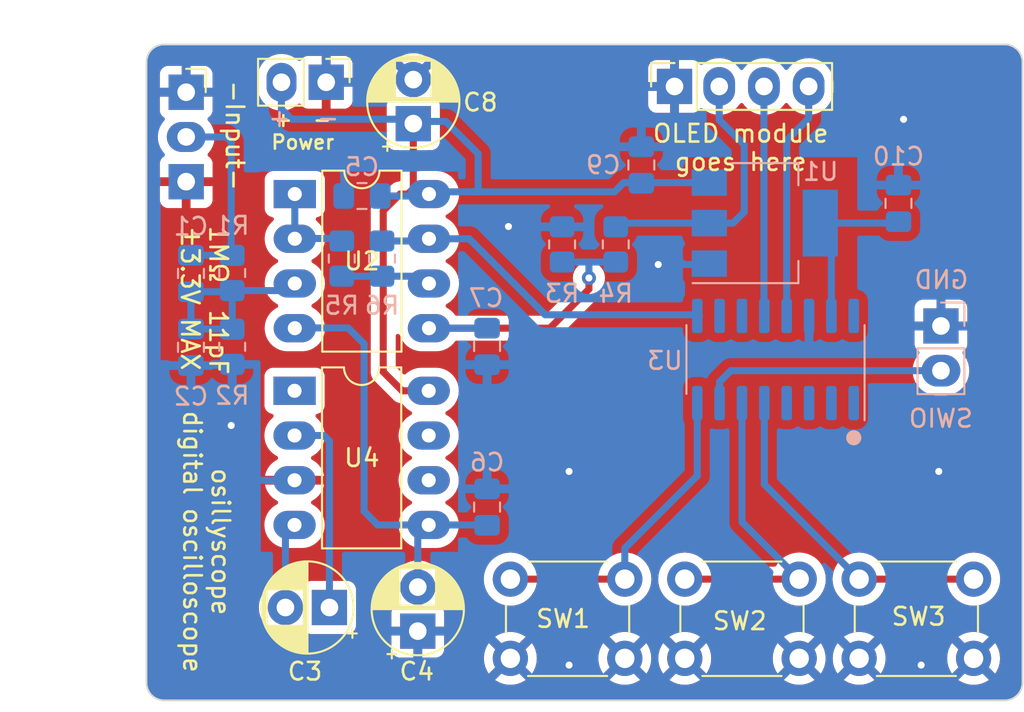
<source format=kicad_pcb>
(kicad_pcb (version 20221018) (generator pcbnew)
  (layers (0 "F.Cu" signal) (31 "B.Cu" signal) (34 "B.Paste" user) (35 "F.Paste" user) (36 "B.SilkS" user "B.Silkscreen") (37 "F.SilkS" user "F.Silkscreen") (38 "B.Mask" user) (39 "F.Mask" user) (44 "Edge.Cuts" user))
  (net 0 "")
  (net 1 "GND")
  (net 2 "IN+")
  (net 3 "+5V")
  (net 4 "V_NEG")
  (net 5 "Net-(U2A-+)")
  (net 6 "V_OFFSET")
  (net 7 "OUT_SIG")
  (net 8 "+3.3V")
  (net 11 "SWIO")
  (net 14 "SCL")
  (net 15 "SDA")
  (net 16 "BTN_L")
  (net 17 "BTN_C")
  (net 18 "BTN_R")
  (net 19 "Net-(U4-CAP+)")
  (net 20 "Net-(U4-CAP-)")
  (net 25 "Net-(U2B--)")
  (net 28 "Net-(U2A--)")
  (footprint "Capacitor_THT:CP_Radial_D5.0mm_P2.50mm" (layer "F.Cu") (at 120.388113 90.729 180)
    (fp_text reference "C3" (at 1.389113 -3.632 180) (layer "F.SilkS"))
    (fp_text value "10u")
    (pad "1" thru_hole rect (at 0 0 180) (size 2 2) (drill 1) (layers "*.Cu" "*.Mask") (net 19 "Net-(U4-CAP+)"))
    (pad "2" thru_hole circle (at 2.5 0 180) (size 2 2) (drill 1) (layers "*.Cu" "*.Mask") (net 20 "Net-(U4-CAP-)"))
  )
  (footprint "Capacitor_THT:CP_Radial_D5.0mm_P2.50mm" (layer "F.Cu") (at 125.406 92.071113 90)
    (fp_text reference "C4" (at -2.289887 -0.057 180) (layer "F.SilkS"))
    (fp_text value "10u")
    (pad "1" thru_hole rect (at 0 0 90) (size 2 2) (drill 1) (layers "*.Cu" "*.Mask") (net 1 "GND"))
    (pad "2" thru_hole circle (at 2.5 0 90) (size 2 2) (drill 1) (layers "*.Cu" "*.Mask" "B.Adhes") (net 4 "V_NEG"))
  )
  (footprint "Connector_PinSocket_2.54mm:PinSocket_1x04_P2.54mm_Vertical" (layer "F.Cu") (at 139.989 61.132 90)
    (fp_text reference "J2" hide)
    (fp_text value "OLED")
    (pad "1" thru_hole rect (at 0 0 90) (size 2 2) (drill 1) (layers "*.Cu" "*.Mask") (net 1 "GND"))
    (pad "2" thru_hole oval (at 0 2.54 90) (size 2.2 1.8) (drill 1) (layers "*.Cu" "*.Mask") (net 8 "+3.3V"))
    (pad "3" thru_hole oval (at 0 5.08 90) (size 2.2 1.8) (drill 1) (layers "*.Cu" "*.Mask") (net 14 "SCL"))
    (pad "4" thru_hole oval (at 0 7.62 90) (size 2.2 1.8) (drill oval 1) (layers "*.Cu" "*.Mask") (net 15 "SDA"))
  )
  (footprint "Connector_PinHeader_2.54mm:PinHeader_1x02_P2.54mm_Vertical" (layer "F.Cu") (at 120.204 60.894 -90)
    (fp_text reference "J3" hide)
    (fp_text value "Conn_01x02")
    (pad "1" thru_hole rect (at 0 0 270) (size 2 2) (drill 1) (layers "*.Cu" "*.Mask") (net 1 "GND"))
    (pad "2" thru_hole oval (at 0 2.54 270) (size 2.2 1.7) (drill 1) (layers "*.Cu" "*.Mask") (net 3 "+5V"))
  )
  (footprint "Button_Switch_THT:SW_PUSH_6mm" (layer "F.Cu") (at 130.665 89.119)
    (fp_text reference "SW1" (at 2.996 2.25) (layer "F.SilkS"))
    (fp_text value "Decrement")
    (pad "1" thru_hole circle (at 0 0 90) (size 2 2) (drill 1.1) (layers "*.Cu" "*.Mask") (net 16 "BTN_L"))
    (pad "1" thru_hole circle (at 6.5 0 90) (size 2 2) (drill 1.1) (layers "*.Cu" "*.Mask") (net 16 "BTN_L"))
    (pad "2" thru_hole circle (at 0 4.5 90) (size 2 2) (drill 1.1) (layers "*.Cu" "*.Mask") (net 1 "GND"))
    (pad "2" thru_hole circle (at 6.5 4.5 90) (size 2 2) (drill 1.1) (layers "*.Cu" "*.Mask") (net 1 "GND"))
  )
  (footprint "Button_Switch_THT:SW_PUSH_6mm" (layer "F.Cu") (at 140.571 89.119)
    (fp_text reference "SW2" (at 3.123 2.377) (layer "F.SilkS"))
    (fp_text value "Select")
    (pad "1" thru_hole circle (at 0 0 90) (size 2 2) (drill 1.1) (layers "*.Cu" "*.Mask") (net 17 "BTN_C"))
    (pad "1" thru_hole circle (at 6.5 0 90) (size 2 2) (drill 1.1) (layers "*.Cu" "*.Mask") (net 17 "BTN_C"))
    (pad "2" thru_hole circle (at 0 4.5 90) (size 2 2) (drill 1.1) (layers "*.Cu" "*.Mask") (net 1 "GND"))
    (pad "2" thru_hole circle (at 6.5 4.5 90) (size 2 2) (drill 1.1) (layers "*.Cu" "*.Mask") (net 1 "GND"))
  )
  (footprint "Package_DIP:DIP-8_W7.62mm_LongPads" (layer "F.Cu") (at 118.421 67.244)
    (fp_text reference "U2" (at 3.81 3.81) (layer "F.SilkS"))
    (fp_text value "TL082")
    (pad "1" thru_hole rect (at 0 0) (size 2.4 1.6) (drill 0.8) (layers "*.Cu" "*.Mask") (net 28 "Net-(U2A--)"))
    (pad "2" thru_hole oval (at 0 2.54) (size 2.4 1.6) (drill 0.8) (layers "*.Cu" "*.Mask") (net 28 "Net-(U2A--)"))
    (pad "3" thru_hole oval (at 0 5.08) (size 2.4 1.6) (drill 0.8) (layers "*.Cu" "*.Mask") (net 5 "Net-(U2A-+)"))
    (pad "4" thru_hole oval (at 0 7.62) (size 2.4 1.6) (drill 0.8) (layers "*.Cu" "*.Mask") (net 4 "V_NEG"))
    (pad "5" thru_hole oval (at 7.62 7.62) (size 2.4 1.6) (drill 0.8) (layers "*.Cu" "*.Mask") (net 6 "V_OFFSET"))
    (pad "6" thru_hole oval (at 7.62 5.08) (size 2.4 1.6) (drill 0.8) (layers "*.Cu" "*.Mask") (net 25 "Net-(U2B--)"))
    (pad "7" thru_hole oval (at 7.62 2.54) (size 2.4 1.6) (drill 0.8) (layers "*.Cu" "*.Mask") (net 7 "OUT_SIG"))
    (pad "8" thru_hole oval (at 7.62 0) (size 2.4 1.6) (drill 0.8) (layers "*.Cu" "*.Mask") (net 3 "+5V"))
  )
  (footprint "Package_DIP:DIP-8_W7.62mm_LongPads" (layer "F.Cu") (at 118.406 78.42)
    (fp_text reference "U4" (at 3.825 3.81) (layer "F.SilkS"))
    (fp_text value "ICL7660")
    (pad "1" thru_hole rect (at 0 0) (size 2.4 1.6) (drill 0.8) (layers "*.Cu" "*.Mask"))
    (pad "2" thru_hole oval (at 0 2.54) (size 2.4 1.6) (drill 0.8) (layers "*.Cu" "*.Mask") (net 19 "Net-(U4-CAP+)"))
    (pad "3" thru_hole oval (at 0 5.08) (size 2.4 1.6) (drill 0.8) (layers "*.Cu" "*.Mask") (net 1 "GND"))
    (pad "4" thru_hole oval (at 0 7.62) (size 2.4 1.6) (drill 0.8) (layers "*.Cu" "*.Mask") (net 20 "Net-(U4-CAP-)"))
    (pad "5" thru_hole oval (at 7.62 7.62) (size 2.4 1.6) (drill 0.8) (layers "*.Cu" "*.Mask") (net 4 "V_NEG"))
    (pad "6" thru_hole oval (at 7.62 5.08) (size 2.4 1.6) (drill 0.8) (layers "*.Cu" "*.Mask"))
    (pad "7" thru_hole oval (at 7.62 2.54) (size 2.4 1.6) (drill 0.8) (layers "*.Cu" "*.Mask"))
    (pad "8" thru_hole oval (at 7.62 0) (size 2.4 1.6) (drill 0.8) (layers "*.Cu" "*.Mask") (net 3 "+5V"))
  )
  (footprint "Button_Switch_THT:SW_PUSH_6mm" (layer "F.Cu") (at 150.477 89.119)
    (fp_text reference "SW3" (at 3.377 2.123) (layer "F.SilkS"))
    (fp_text value "Increment")
    (pad "1" thru_hole circle (at 0 0 90) (size 2 2) (drill 1.1) (layers "*.Cu" "*.Mask") (net 18 "BTN_R"))
    (pad "1" thru_hole circle (at 6.5 0 90) (size 2 2) (drill 1.1) (layers "*.Cu" "*.Mask") (net 18 "BTN_R"))
    (pad "2" thru_hole circle (at 0 4.5 90) (size 2 2) (drill 1.1) (layers "*.Cu" "*.Mask") (net 1 "GND"))
    (pad "2" thru_hole circle (at 6.5 4.5 90) (size 2 2) (drill 1.1) (layers "*.Cu" "*.Mask") (net 1 "GND"))
  )
  (footprint "Connector_PinSocket_2.54mm:PinSocket_1x03_P2.54mm_Horizontal" (layer "F.Cu") (at 112.25 61.46)
    (fp_text reference "J1" hide)
    (fp_text value "IN")
    (pad "1" thru_hole rect (at 0 0) (size 2 2) (drill 1) (layers "*.Cu" "*.Mask") (net 1 "GND"))
    (pad "2" thru_hole oval (at 0 2.54) (size 2.2 1.7) (drill 1) (layers "*.Cu" "*.Mask") (net 2 "IN+"))
    (pad "3" thru_hole rect (at 0 5.08) (size 2 2) (drill 1) (layers "*.Cu" "*.Mask") (net 1 "GND"))
  )
  (footprint "Capacitor_THT:CP_Radial_D5.0mm_P2.50mm" (layer "F.Cu") (at 125.152 63.242113 90)
    (fp_text reference "C8" (at 1.205113 3.81 180) (layer "F.SilkS"))
    (fp_text value "100u")
    (pad "1" thru_hole rect (at 0 0 90) (size 2 2) (drill 1) (layers "*.Cu" "*.Mask") (net 3 "+5V"))
    (pad "2" thru_hole circle (at 2.5 0 90) (size 2 2) (drill 1) (layers "*.Cu" "*.Mask") (net 1 "GND"))
  )
  (footprint "Capacitor_SMD:C_0805_2012Metric_Pad1.18x1.45mm_HandSolder" (layer "B.Cu") (at 122.236 67.355 180)
    (fp_text reference "C5" (at 0.005 1.651) (layer "B.SilkS") (effects (justify mirror)))
    (fp_text value "100n")
    (pad "1" smd roundrect (at -1.0375 0 180) (size 1.175 1.45) (layers "B.Cu" "B.Paste" "B.Mask") (roundrect_rratio 0.2127659574) (net 3 "+5V"))
    (pad "2" smd roundrect (at 1.0375 0 180) (size 1.175 1.45) (layers "B.Cu" "B.Paste" "B.Mask") (roundrect_rratio 0.2127659574) (net 1 "GND"))
  )
  (footprint "Resistor_SMD:R_0805_2012Metric_Pad1.20x1.40mm_HandSolder" (layer "B.Cu") (at 114.865 75.9185 -90)
    (fp_text reference "R2" (at 2.7725 0) (layer "B.SilkS") (effects (justify mirror)))
    (fp_text value "500k")
    (pad "1" smd roundrect (at -1 0 270) (size 1.2 1.4) (layers "B.Cu" "B.Paste" "B.Mask") (roundrect_rratio 0.2083333333) (net 5 "Net-(U2A-+)"))
    (pad "2" smd roundrect (at 1 0 270) (size 1.2 1.4) (layers "B.Cu" "B.Paste" "B.Mask") (roundrect_rratio 0.2083333333) (net 1 "GND"))
  )
  (footprint "Capacitor_SMD:C_0805_2012Metric_Pad1.18x1.45mm_HandSolder" (layer "B.Cu") (at 152.711 67.7735 90)
    (fp_text reference "C10" (at 2.667 0 180) (layer "B.SilkS") (effects (justify mirror)))
    (fp_text value "100n")
    (pad "1" smd roundrect (at -1.0375 0 90) (size 1.175 1.45) (layers "B.Cu" "B.Paste" "B.Mask") (roundrect_rratio 0.2127659574) (net 8 "+3.3V"))
    (pad "2" smd roundrect (at 1.0375 0 90) (size 1.175 1.45) (layers "B.Cu" "B.Paste" "B.Mask") (roundrect_rratio 0.2127659574) (net 1 "GND"))
  )
  (footprint "Package_TO_SOT_SMD:SOT-223-3_TabPin2" (layer "B.Cu") (at 145.116 68.895)
    (fp_text reference "U1" (at 3.175 -2.921) (layer "B.SilkS") (effects (justify mirror)))
    (fp_text value "AMS1117-3.3")
    (pad "1" smd rect (at -3.15 2.3) (size 2 1.5) (layers "B.Cu" "B.Paste" "B.Mask") (net 1 "GND"))
    (pad "2" smd rect (at -3.15 0) (size 2 1.5) (layers "B.Cu" "B.Paste" "B.Mask") (net 8 "+3.3V"))
    (pad "2" smd rect (at 3.15 0) (size 2 3.8) (layers "B.Cu" "B.Paste" "B.Mask") (net 8 "+3.3V"))
    (pad "3" smd rect (at -3.15 -2.3) (size 2 1.5) (layers "B.Cu" "B.Paste" "B.Mask") (net 3 "+5V"))
  )
  (footprint "Capacitor_SMD:C_0805_2012Metric_Pad1.18x1.45mm_HandSolder" (layer "B.Cu") (at 112.522 75.946 -90)
    (fp_text reference "C2" (at 2.794 0 -180) (layer "B.SilkS") (effects (justify mirror)))
    (fp_text value "22p")
    (pad "1" smd roundrect (at -1.0375 0 270) (size 1.175 1.45) (layers "B.Cu" "B.Paste" "B.Mask") (roundrect_rratio 0.2127659574) (net 5 "Net-(U2A-+)"))
    (pad "2" smd roundrect (at 1.0375 0 270) (size 1.175 1.45) (layers "B.Cu" "B.Paste" "B.Mask") (roundrect_rratio 0.2127659574) (net 1 "GND"))
  )
  (footprint "Package_SO:SOIC-16_3.9x9.9mm_P1.27mm" (layer "B.Cu") (at 145.726 76.642 90)
    (fp_text reference "U3" (at -0.066 -6.28 180) (layer "B.SilkS") (effects (justify mirror)))
    (fp_text value "CH32V003A4M6")
    (pad "1" smd roundrect (at -2.475 4.445 90) (size 1.95 0.6) (layers "B.Cu" "B.Paste" "B.Mask"))
    (pad "2" smd roundrect (at -2.475 3.175 90) (size 1.95 0.6) (layers "B.Cu" "B.Paste" "B.Mask"))
    (pad "3" smd roundrect (at -2.475 1.905 90) (size 1.95 0.6) (layers "B.Cu" "B.Paste" "B.Mask"))
    (pad "4" smd roundrect (at -2.475 0.635 90) (size 1.95 0.6) (layers "B.Cu" "B.Paste" "B.Mask"))
    (pad "5" smd roundrect (at -2.475 -0.635 90) (size 1.95 0.6) (layers "B.Cu" "B.Paste" "B.Mask") (net 18 "BTN_R"))
    (pad "6" smd roundrect (at -2.475 -1.905 90) (size 1.95 0.6) (layers "B.Cu" "B.Paste" "B.Mask") (net 17 "BTN_C"))
    (pad "7" smd roundrect (at -2.475 -3.175 90) (size 1.95 0.6) (layers "B.Cu" "B.Paste" "B.Mask") (net 11 "SWIO"))
    (pad "8" smd roundrect (at -2.475 -4.445 90) (size 1.95 0.6) (layers "B.Cu" "B.Paste" "B.Mask") (net 16 "BTN_L"))
    (pad "9" smd roundrect (at 2.475 -4.445 90) (size 1.95 0.6) (layers "B.Cu" "B.Paste" "B.Mask") (net 7 "OUT_SIG"))
    (pad "10" smd roundrect (at 2.475 -3.175 90) (size 1.95 0.6) (layers "B.Cu" "B.Paste" "B.Mask"))
    (pad "11" smd roundrect (at 2.475 -1.905 90) (size 1.95 0.6) (layers "B.Cu" "B.Paste" "B.Mask"))
    (pad "12" smd roundrect (at 2.475 -0.635 90) (size 1.95 0.6) (layers "B.Cu" "B.Paste" "B.Mask") (net 14 "SCL"))
    (pad "13" smd roundrect (at 2.475 0.635 90) (size 1.95 0.6) (layers "B.Cu" "B.Paste" "B.Mask") (net 15 "SDA"))
    (pad "14" smd roundrect (at 2.475 1.905 90) (size 1.95 0.6) (layers "B.Cu" "B.Paste" "B.Mask") (net 1 "GND"))
    (pad "15" smd roundrect (at 2.475 3.175 90) (size 1.95 0.6) (layers "B.Cu" "B.Paste" "B.Mask") (net 8 "+3.3V"))
    (pad "16" smd roundrect (at 2.475 4.445 90) (size 1.95 0.6) (layers "B.Cu" "B.Paste" "B.Mask"))
  )
  (footprint "Capacitor_SMD:C_0805_2012Metric_Pad1.18x1.45mm_HandSolder" (layer "B.Cu") (at 112.522 71.755 -90)
    (fp_text reference "C1" (at -2.667 0 -180) (layer "B.SilkS") (effects (justify mirror)))
    (fp_text value "22p")
    (pad "1" smd roundrect (at -1.0375 0 270) (size 1.175 1.45) (layers "B.Cu" "B.Paste" "B.Mask") (roundrect_rratio 0.2127659574) (net 2 "IN+"))
    (pad "2" smd roundrect (at 1.0375 0 270) (size 1.175 1.45) (layers "B.Cu" "B.Paste" "B.Mask") (roundrect_rratio 0.2127659574) (net 5 "Net-(U2A-+)"))
  )
  (footprint "Capacitor_SMD:C_0805_2012Metric_Pad1.18x1.45mm_HandSolder" (layer "B.Cu") (at 129.343 85.024 -90)
    (fp_text reference "C6" (at -2.54 0) (layer "B.SilkS") (effects (justify mirror)))
    (fp_text value "100n")
    (pad "1" smd roundrect (at -1.0375 0 270) (size 1.175 1.45) (layers "B.Cu" "B.Paste" "B.Mask") (roundrect_rratio 0.2127659574) (net 1 "GND"))
    (pad "2" smd roundrect (at 1.0375 0 270) (size 1.175 1.45) (layers "B.Cu" "B.Paste" "B.Mask") (roundrect_rratio 0.2127659574) (net 4 "V_NEG"))
  )
  (footprint "Resistor_SMD:R_0805_2012Metric_Pad1.20x1.40mm_HandSolder" (layer "B.Cu") (at 123.374 70.911 -90)
    (fp_text reference "R6" (at 2.667 0 180) (layer "B.SilkS") (effects (justify mirror)))
    (fp_text value "20k")
    (pad "1" smd roundrect (at -1 0 270) (size 1.2 1.4) (layers "B.Cu" "B.Paste" "B.Mask") (roundrect_rratio 0.2083333333) (net 7 "OUT_SIG"))
    (pad "2" smd roundrect (at 1 0 270) (size 1.2 1.4) (layers "B.Cu" "B.Paste" "B.Mask") (roundrect_rratio 0.2083333333) (net 25 "Net-(U2B--)"))
  )
  (footprint "Resistor_SMD:R_0805_2012Metric_Pad1.20x1.40mm_HandSolder" (layer "B.Cu") (at 136.652 70.104 -90)
    (fp_text reference "R4" (at 2.794 0 -180) (layer "B.SilkS") (effects (justify mirror)))
    (fp_text value "60k")
    (pad "1" smd roundrect (at -1 0 270) (size 1.2 1.4) (layers "B.Cu" "B.Paste" "B.Mask") (roundrect_rratio 0.2083333333) (net 8 "+3.3V"))
    (pad "2" smd roundrect (at 1 0 270) (size 1.2 1.4) (layers "B.Cu" "B.Paste" "B.Mask") (roundrect_rratio 0.2083333333) (net 6 "V_OFFSET"))
  )
  (footprint "Capacitor_SMD:C_0805_2012Metric_Pad1.18x1.45mm_HandSolder" (layer "B.Cu") (at 129.343 75.899 -90)
    (fp_text reference "C7" (at -2.747 0.057 -180) (layer "B.SilkS") (effects (justify mirror)))
    (fp_text value "100n")
    (pad "1" smd roundrect (at -1.0375 0 270) (size 1.175 1.45) (layers "B.Cu" "B.Paste" "B.Mask") (roundrect_rratio 0.2127659574) (net 6 "V_OFFSET"))
    (pad "2" smd roundrect (at 1.0375 0 270) (size 1.175 1.45) (layers "B.Cu" "B.Paste" "B.Mask") (roundrect_rratio 0.2127659574) (net 1 "GND"))
  )
  (footprint "Resistor_SMD:R_0805_2012Metric_Pad1.20x1.40mm_HandSolder" (layer "B.Cu") (at 114.865 71.7275 -90)
    (fp_text reference "R1" (at -2.6885 0) (layer "B.SilkS") (effects (justify mirror)))
    (fp_text value "500k")
    (pad "1" smd roundrect (at -1 0 270) (size 1.2 1.4) (layers "B.Cu" "B.Paste" "B.Mask") (roundrect_rratio 0.2083333333) (net 2 "IN+"))
    (pad "2" smd roundrect (at 1 0 270) (size 1.2 1.4) (layers "B.Cu" "B.Paste" "B.Mask") (roundrect_rratio 0.2083333333) (net 5 "Net-(U2A-+)"))
  )
  (footprint "Connector_PinHeader_2.54mm:PinHeader_1x02_P2.54mm_Vertical" (layer "B.Cu") (at 155.124 74.737 180)
    (fp_text reference "J4" hide)
    (fp_text value "Debug/Prog")
    (pad "1" thru_hole rect (at 0 0 180) (size 2 2) (drill 1) (layers "*.Cu" "*.Mask") (net 1 "GND"))
    (pad "2" thru_hole oval (at 0 -2.54 180) (size 2.2 1.8) (drill 1) (layers "*.Cu" "*.Mask") (net 11 "SWIO"))
  )
  (footprint "Resistor_SMD:R_0805_2012Metric_Pad1.20x1.40mm_HandSolder" (layer "B.Cu") (at 133.604 70.104 90)
    (fp_text reference "R3" (at -2.794 0 180) (layer "B.SilkS") (effects (justify mirror)))
    (fp_text value "20k")
    (pad "1" smd roundrect (at -1 0 90) (size 1.2 1.4) (layers "B.Cu" "B.Paste" "B.Mask") (roundrect_rratio 0.2083333333) (net 6 "V_OFFSET"))
    (pad "2" smd roundrect (at 1 0 90) (size 1.2 1.4) (layers "B.Cu" "B.Paste" "B.Mask") (roundrect_rratio 0.2083333333) (net 1 "GND"))
  )
  (footprint "Capacitor_SMD:C_0805_2012Metric_Pad1.18x1.45mm_HandSolder" (layer "B.Cu") (at 138.106 65.593 -90)
    (fp_text reference "C9" (at 0 2.159 180) (layer "B.SilkS") (effects (justify mirror)))
    (fp_text value "100n")
    (pad "1" smd roundrect (at -1.0375 0 270) (size 1.175 1.45) (layers "B.Cu" "B.Paste" "B.Mask") (roundrect_rratio 0.2127659574) (net 1 "GND"))
    (pad "2" smd roundrect (at 1.0375 0 270) (size 1.175 1.45) (layers "B.Cu" "B.Paste" "B.Mask") (roundrect_rratio 0.2127659574) (net 3 "+5V"))
  )
  (footprint "Resistor_SMD:R_0805_2012Metric_Pad1.20x1.40mm_HandSolder" (layer "B.Cu") (at 121.088 70.911 -90)
    (fp_text reference "R5" (at 2.667 0 180) (layer "B.SilkS") (effects (justify mirror)))
    (fp_text value "20k")
    (pad "1" smd roundrect (at -1 0 270) (size 1.2 1.4) (layers "B.Cu" "B.Paste" "B.Mask") (roundrect_rratio 0.2083333333) (net 28 "Net-(U2A--)"))
    (pad "2" smd roundrect (at 1 0 270) (size 1.2 1.4) (layers "B.Cu" "B.Paste" "B.Mask") (roundrect_rratio 0.2083333333) (net 25 "Net-(U2B--)"))
  )
  (gr_circle (center 150.171 81.087) (end 150.552 81.087) (stroke (width 0.1)) (fill solid) (layer "B.SilkS"))
  (gr_arc (start 158.75 58.75) (mid 159.457106 59.042893) (end 159.75 59.75) (stroke (width 0.1)) (layer "Edge.Cuts"))
  (gr_arc locked (start 159.75 95) (mid 159.457107 95.707106) (end 158.75 96) (stroke (width 0.1)) (layer "Edge.Cuts"))
  (gr_line (start 111 58.75) (end 158.75 58.75) (stroke (width 0.1)) (layer "Edge.Cuts"))
  (gr_line (start 159.75 59.75) (end 159.75 95) (stroke (width 0.1)) (layer "Edge.Cuts"))
  (gr_arc (start 111 96) (mid 110.292894 95.707107) (end 110 95) (stroke (width 0.1)) (layer "Edge.Cuts"))
  (gr_line (start 158.75 96) (end 111 96) (stroke (width 0.1)) (layer "Edge.Cuts"))
  (gr_arc (start 110 59.75) (mid 110.292893 59.042894) (end 111 58.75) (stroke (width 0.1)) (layer "Edge.Cuts"))
  (gr_line (start 110 59.75) (end 110 94.996) (stroke (width 0.1)) (layer "Edge.Cuts"))
  (gr_text "GND" (at 156.775 72.705) (layer "B.SilkS") (effects (font (size 1 1)) (justify left bottom mirror)))
  (gr_text "-  +" (at 121.031 63.5) (layer "B.SilkS") (effects (font (size 1 1)) (justify left bottom mirror)))
  (gr_text "SWIO" (at 157.029 80.579) (layer "B.SilkS") (effects (font (size 1 1)) (justify left bottom mirror)))
  (gr_text "osillyscope\ndigital oscilloscope" (at 112.014 86.995 -90) (layer "F.SilkS") (effects (font (size 1 1)) (justify bottom)))
  (gr_text "OLED module\ngoes here" (at 143.75 66) (layer "F.SilkS") (effects (font (size 1 1)) (justify bottom)))
  (gr_text "+  -\nPower" (at 118.872 64.77) (layer "F.SilkS") (effects (font (size 0.8 0.8)) (justify bottom)))
  (gr_text "1MΩ  11pF\n±3.3V MAX" (at 111.887 68.961 270) (layer "F.SilkS") (effects (font (size 1 1)) (justify left bottom)))
  (gr_text "-Input-" (at 114.427 60.706 270) (layer "F.SilkS") (effects (font (size 1 1)) (justify left bottom)))
  (via (at 139.065 71.247) (size 0.8) (drill 0.4) (layers "F.Cu" "B.Cu") (net 1))
  (via (at 134 83) (size 0.8) (drill 0.4) (layers "F.Cu" "B.Cu") (net 1))
  (via (at 154 94) (size 0.8) (drill 0.4) (layers "F.Cu" "B.Cu") (net 1))
  (via (at 134 94) (size 0.8) (drill 0.4) (layers "F.Cu" "B.Cu") (net 1))
  (via (at 130.556 69.088) (size 0.8) (drill 0.4) (layers "F.Cu" "B.Cu") (net 1))
  (via (at 114.808 80.391) (size 0.8) (drill 0.4) (layers "F.Cu" "B.Cu") (net 1))
  (via (at 153 63) (size 0.8) (drill 0.4) (layers "F.Cu" "B.Cu") (net 1))
  (via (at 155 83) (size 0.8) (drill 0.4) (layers "F.Cu" "B.Cu") (net 1))
  (segment (start 139.065 71.247) (end 141.914 71.247) (width 0.4) (layer "B.Cu") (net 1))
  (segment (start 118.406 83.5) (end 115.5 83.5) (width 0.4) (layer "B.Cu") (net 1))
  (segment (start 121.1985 67.355) (end 121.1985 64.9255) (width 0.4) (layer "B.Cu") (net 1))
  (segment (start 142.336 71.308) (end 142.449 71.195) (width 0.4) (layer "B.Cu") (net 1))
  (segment (start 139.503 61.618) (end 139.989 61.132) (width 0.4) (layer "B.Cu") (net 1))
  (segment (start 141.914 71.247) (end 141.966 71.195) (width 0.4) (layer "B.Cu") (net 1))
  (segment (start 112.25 64) (end 114.546 64) (width 0.4) (layer "B.Cu") (net 2))
  (segment (start 114.546 64) (end 114.808 64.262) (width 0.4) (layer "B.Cu") (net 2))
  (segment (start 112.522 70.7175) (end 114.855 70.7175) (width 0.4) (layer "B.Cu") (net 2))
  (segment (start 114.808 64.262) (end 114.808 70.6705) (width 0.4) (layer "B.Cu") (net 2))
  (segment (start 114.808 70.6705) (end 114.865 70.7275) (width 0.4) (layer "B.Cu") (net 2))
  (segment (start 123.444 68.199) (end 123.444 77.343) (width 0.4) (layer "F.Cu") (net 3))
  (segment (start 124.521 78.42) (end 126.026 78.42) (width 0.4) (layer "F.Cu") (net 3))
  (segment (start 124.841 67.244) (end 124.399 67.244) (width 0.4) (layer "F.Cu") (net 3))
  (segment (start 123.444 77.343) (end 124.521 78.42) (width 0.4) (layer "F.Cu") (net 3))
  (segment (start 125.152 66.933) (end 124.841 67.244) (width 0.4) (layer "F.Cu") (net 3))
  (segment (start 126.041 67.244) (end 124.841 67.244) (width 0.4) (layer "F.Cu") (net 3))
  (segment (start 125.152 63.242113) (end 125.152 66.933) (width 0.4) (layer "F.Cu") (net 3))
  (segment (start 124.399 67.244) (end 123.444 68.199) (width 0.4) (layer "F.Cu") (net 3))
  (segment (start 126.1895 67.0795) (end 126.041 67.228) (width 0.4) (layer "B.Cu") (net 3))
  (segment (start 142.3575 66.5035) (end 142.449 66.595) (width 0.4) (layer "B.Cu") (net 3))
  (segment (start 123.2735 67.355) (end 125.914 67.355) (width 0.4) (layer "B.Cu") (net 3))
  (segment (start 124.649 63.119113) (end 126.996113 63.119113) (width 0.4) (layer "B.Cu") (net 3))
  (segment (start 118.233113 62.992113) (end 117.659 62.418) (width 0.4) (layer "B.Cu") (net 3))
  (segment (start 137.104 66.595) (end 141.966 66.595) (width 0.4) (layer "B.Cu") (net 3))
  (segment (start 126.996113 63.119113) (end 128.835 64.958) (width 0.4) (layer "B.Cu") (net 3))
  (segment (start 125.914 67.355) (end 126.041 67.228) (width 0.4) (layer "B.Cu") (net 3))
  (segment (start 126.168 67.101) (end 126.041 67.228) (width 0.4) (layer "B.Cu") (net 3))
  (segment (start 136.582 67.117) (end 137.104 66.595) (width 0.4) (layer "B.Cu") (net 3))
  (segment (start 117.659 62.418) (end 117.659 60.894) (width 0.4) (layer "B.Cu") (net 3))
  (segment (start 128.835 67.117) (end 125.406 67.117) (width 0.4) (layer "B.Cu") (net 3))
  (segment (start 128.835 64.958) (end 128.835 67.117) (width 0.4) (layer "B.Cu") (net 3))
  (segment (start 128.454 67.117) (end 136.582 67.117) (width 0.4) (layer "B.Cu") (net 3))
  (segment (start 125.025 62.992113) (end 118.233113 62.992113) (width 0.4) (layer "B.Cu") (net 3))
  (segment (start 126.295 66.974) (end 126.041 67.228) (width 0.4) (layer "B.Cu") (net 3))
  (segment (start 123.13 86.04) (end 122.358 85.268) (width 0.4) (layer "B.Cu") (net 4))
  (segment (start 122.358 85.268) (end 122.358 75.753) (width 0.4) (layer "B.Cu") (net 4))
  (segment (start 126.026 86.04) (end 129.3215 86.04) (width 0.4) (layer "B.Cu") (net 4))
  (segment (start 122.358 75.753) (end 121.453 74.848) (width 0.4) (layer "B.Cu") (net 4))
  (segment (start 126.026 86.04) (end 123.13 86.04) (width 0.4) (layer "B.Cu") (net 4))
  (segment (start 125.406 86.66) (end 126.026 86.04) (width 0.4) (layer "B.Cu") (net 4))
  (segment (start 125.279 89.669112) (end 125.294 89.684112) (width 0.4) (layer "B.Cu") (net 4))
  (segment (start 121.453 74.848) (end 118.421 74.848) (width 0.4) (layer "B.Cu") (net 4))
  (segment (start 129.3215 86.04) (end 129.343 86.0615) (width 0.4) (layer "B.Cu") (net 4))
  (segment (start 118.421 74.848) (end 118.421 75.331) (width 0.4) (layer "B.Cu") (net 4))
  (segment (start 125.406 89.571113) (end 125.406 86.66) (width 0.4) (layer "B.Cu") (net 4))
  (segment (start 114.865 72.7275) (end 118.0175 72.7275) (width 0.4) (layer "B.Cu") (net 5))
  (segment (start 118.0175 72.7275) (end 118.421 72.324) (width 0.4) (layer "B.Cu") (net 5))
  (segment (start 115.025 72.401) (end 115.119 72.495) (width 0.4) (layer "B.Cu") (net 5))
  (segment (start 112.522 72.7925) (end 114.8 72.7925) (width 0.4) (layer "B.Cu") (net 5))
  (segment (start 118.4155 72.3135) (end 118.421 72.308) (width 0.4) (layer "B.Cu") (net 5))
  (segment (start 114.865 72.7275) (end 114.865 74.9185) (width 0.4) (layer "B.Cu") (net 5))
  (segment (start 112.522 74.9085) (end 114.855 74.9085) (width 0.4) (layer "B.Cu") (net 5))
  (segment (start 112.522 72.7925) (end 112.522 74.9085) (width 0.4) (layer "B.Cu") (net 5))
  (segment (start 115.0815 72.5325) (end 115.119 72.495) (width 0.4) (layer "B.Cu") (net 5))
  (segment (start 135.128 72.644) (end 132.908 74.864) (width 0.4) (layer "F.Cu") (net 6))
  (segment (start 132.908 74.864) (end 126.041 74.864) (width 0.4) (layer "F.Cu") (net 6))
  (segment (start 135.128 72.009) (end 135.128 72.644) (width 0.4) (layer "F.Cu") (net 6))
  (via (at 135.128 72.009) (size 0.8) (drill 0.4) (layers "F.Cu" "B.Cu") (net 6))
  (segment (start 135.128 71.104) (end 135.128 72.009) (width 0.4) (layer "B.Cu") (net 6))
  (segment (start 129.3405 74.864) (end 129.343 74.8615) (width 0.4) (layer "B.Cu") (net 6))
  (segment (start 135.128 71.104) (end 136.398 71.104) (width 0.4) (layer "B.Cu") (net 6))
  (segment (start 134.112 71.104) (end 135.128 71.104) (width 0.4) (layer "B.Cu") (net 6))
  (segment (start 126.041 74.864) (end 129.3405 74.864) (width 0.4) (layer "B.Cu") (net 6))
  (segment (start 128.327 69.784) (end 132.645 74.102) (width 0.4) (layer "B.Cu") (net 7))
  (segment (start 125.279 69.784) (end 126.93 69.784) (width 0.4) (layer "B.Cu") (net 7))
  (segment (start 135.058 74.102) (end 141.343 74.102) (width 0.4) (layer "B.Cu") (net 7))
  (segment (start 141.343 74.102) (end 141.408 74.167) (width 0.4) (layer "B.Cu") (net 7))
  (segment (start 125.898 69.911) (end 126.041 69.768) (width 0.4) (layer "B.Cu") (net 7))
  (segment (start 123.374 69.911) (end 125.898 69.911) (width 0.4) (layer "B.Cu") (net 7))
  (segment (start 126.041 69.784) (end 128.327 69.784) (width 0.4) (layer "B.Cu") (net 7))
  (segment (start 132.645 74.102) (end 135.058 74.102) (width 0.4) (layer "B.Cu") (net 7))
  (segment (start 143.948 68.26) (end 143.948 64.45) (width 0.4) (layer "B.Cu") (net 8))
  (segment (start 136.734 68.895) (end 141.966 68.895) (width 0.4) (layer "B.Cu") (net 8))
  (segment (start 148.901 74.167) (end 148.901 69.53) (width 0.4) (layer "B.Cu") (net 8))
  (segment (start 143.948 64.45) (end 142.529 63.031) (width 0.4) (layer "B.Cu") (net 8))
  (segment (start 141.646 69.215) (end 141.966 68.895) (width 0.4) (layer "B.Cu") (net 8))
  (segment (start 152.711 68.811) (end 152.627 68.895) (width 0.4) (layer "B.Cu") (net 8))
  (segment (start 136.398 69.231) (end 136.734 68.895) (width 0.4) (layer "B.Cu") (net 8))
  (segment (start 142.529 63.031) (end 142.529 61.132) (width 0.4) (layer "B.Cu") (net 8))
  (segment (start 143.313 68.895) (end 143.948 68.26) (width 0.4) (layer "B.Cu") (net 8))
  (segment (start 152.627 68.895) (end 148.266 68.895) (width 0.4) (layer "B.Cu") (net 8))
  (segment (start 141.966 68.895) (end 143.313 68.895) (width 0.4) (layer "B.Cu") (net 8))
  (segment (start 142.195001 69.148999) (end 142.449 68.895) (width 0.4) (layer "B.Cu") (net 8))
  (segment (start 142.551 79.117) (end 142.551 77.912) (width 0.4) (layer "B.Cu") (net 11))
  (segment (start 154.743 77.277) (end 154.748 77.272) (width 0.4) (layer "B.Cu") (net 11))
  (segment (start 143.186 77.277) (end 154.743 77.277) (width 0.4) (layer "B.Cu") (net 11))
  (segment (start 142.551 77.912) (end 143.186 77.277) (width 0.4) (layer "B.Cu") (net 11))
  (segment (start 145.069 61.132) (end 145.069 74.145) (width 0.4) (layer "B.Cu") (net 14))
  (segment (start 145.069 74.145) (end 145.091 74.167) (width 0.4) (layer "B.Cu") (net 14))
  (segment (start 146.361 64.196) (end 146.361 74.167) (width 0.4) (layer "B.Cu") (net 15))
  (segment (start 147.609 62.948) (end 146.361 64.196) (width 0.4) (layer "B.Cu") (net 15))
  (segment (start 147.609 61.132) (end 147.609 62.948) (width 0.4) (layer "B.Cu") (net 15))
  (segment (start 130.665 89.119) (end 137.165 89.119) (width 0.4) (layer "F.Cu") (net 16))
  (segment (start 141.281 79.117) (end 141.281 83.246) (width 0.4) (layer "B.Cu") (net 16))
  (segment (start 141.281 83.246) (end 137.165 87.362) (width 0.4) (layer "B.Cu") (net 16))
  (segment (start 137.165 87.362) (end 137.165 89.119) (width 0.4) (layer "B.Cu") (net 16))
  (segment (start 140.571 89.119) (end 147.071 89.119) (width 0.4) (layer "F.Cu") (net 17))
  (segment (start 147.071 89.119) (end 143.821 85.869) (width 0.4) (layer "B.Cu") (net 17))
  (segment (start 143.821 85.869) (end 143.821 79.117) (width 0.4) (layer "B.Cu") (net 17))
  (segment (start 150.477 89.119) (end 156.977 89.119) (width 0.4) (layer "F.Cu") (net 18))
  (segment (start 150.477 89.119) (end 145.091 83.733) (width 0.4) (layer "B.Cu") (net 18))
  (segment (start 145.091 83.733) (end 145.091 79.117) (width 0.4) (layer "B.Cu") (net 18))
  (segment (start 118.406 80.96) (end 120.072 80.96) (width 0.4) (layer "B.Cu") (net 19))
  (segment (start 120.388113 81.276113) (end 120.388113 90.729) (width 0.4) (layer "B.Cu") (net 19))
  (segment (start 120.072 80.96) (end 120.388113 81.276113) (width 0.4) (layer "B.Cu") (net 19))
  (segment (start 120.707 90.094) (end 120.072 90.729) (width 0.4) (layer "B.Cu") (net 19))
  (segment (start 117.659 90.234887) (end 117.899113 90.475) (width 0.4) (layer "B.Cu") (net 20))
  (segment (start 117.888113 90.729) (end 117.888113 86.557887) (width 0.4) (layer "B.Cu") (net 20))
  (segment (start 117.888113 86.557887) (end 118.406 86.04) (width 0.4) (layer "B.Cu") (net 20))
  (segment (start 125.644 71.911) (end 126.041 72.308) (width 0.4) (layer "B.Cu") (net 25))
  (segment (start 121.215 71.911) (end 123.374 71.911) (width 0.4) (layer "B.Cu") (net 25))
  (segment (start 123.374 71.911) (end 125.644 71.911) (width 0.4) (layer "B.Cu") (net 25))
  (segment (start 118.421 69.768) (end 121.072 69.768) (width 0.4) (layer "B.Cu") (net 28))
  (segment (start 121.072 69.768) (end 121.215 69.911) (width 0.4) (layer "B.Cu") (net 28))
  (segment (start 118.421 67.228) (end 118.421 69.768) (width 0.4) (layer "B.Cu") (net 28))
  (zone (net 1) (net_name "GND") (layers "F&B.Cu") (connect_pads (clearance 0.508)) (min_thickness 0.25) (fill yes (thermal_gap 0.5) (thermal_bridge_width 0.5))
    (polygon (pts (xy 109.861 58.619) (xy 159.861 58.619) (xy 159.861 96) (xy 109.861 96)))
  )
  (zone (net 0) (net_name "") (layers "B.Cu" "Edge.Cuts") (connect_pads (clearance 0)) (min_thickness 0.25)
    (keepout (tracks allowed) (vias allowed) (pads allowed) (copperpour not_allowed) (footprints allowed))
    (fill (thermal_gap 0.5) (thermal_bridge_width 0.5))
    (polygon (pts (xy 140.589 65.151) (xy 150.368 65.151) (xy 150.368 72.898) (xy 140.589 72.898)))
  )
  (zone (net 0) (net_name "") (layers "B.Cu" "Edge.Cuts") (connect_pads (clearance 0)) (min_thickness 0.25)
    (keepout (tracks allowed) (vias allowed) (pads allowed) (copperpour not_allowed) (footprints allowed))
    (fill (thermal_gap 0.5) (thermal_bridge_width 0.5))
    (polygon (pts (xy 116.459 65.974) (xy 127.692 65.974) (xy 127.692 87.564) (xy 116.492 87.564)))
  )
  (zone (net 0) (net_name "") (layers "B.Cu" "Edge.Cuts") (connect_pads (clearance 0)) (min_thickness 0.25)
    (keepout (tracks allowed) (vias allowed) (pads allowed) (copperpour not_allowed) (footprints allowed))
    (fill (thermal_gap 0.5) (thermal_bridge_width 0.5))
    (polygon (pts (xy 110.801 66.0125) (xy 116.516 66.0125) (xy 116.516 76.6805) (xy 110.801 76.6805)))
  )
)
</source>
